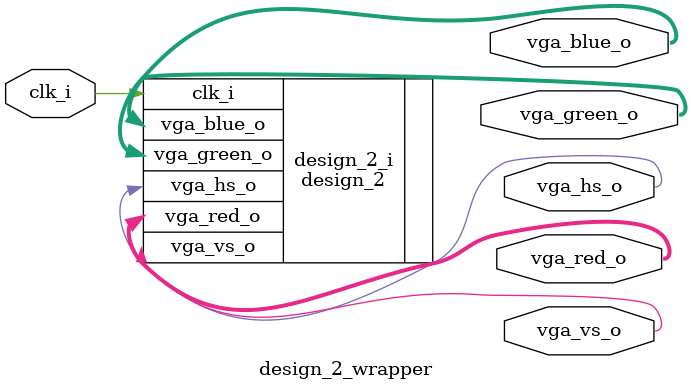
<source format=v>
`timescale 1 ps / 1 ps

module design_2_wrapper
   (clk_i,
    vga_blue_o,
    vga_green_o,
    vga_hs_o,
    vga_red_o,
    vga_vs_o);
  input clk_i;
  output [3:0]vga_blue_o;
  output [3:0]vga_green_o;
  output vga_hs_o;
  output [3:0]vga_red_o;
  output vga_vs_o;

  wire clk_i;
  wire [3:0]vga_blue_o;
  wire [3:0]vga_green_o;
  wire vga_hs_o;
  wire [3:0]vga_red_o;
  wire vga_vs_o;

  design_2 design_2_i
       (.clk_i(clk_i),
        .vga_blue_o(vga_blue_o),
        .vga_green_o(vga_green_o),
        .vga_hs_o(vga_hs_o),
        .vga_red_o(vga_red_o),
        .vga_vs_o(vga_vs_o));
endmodule

</source>
